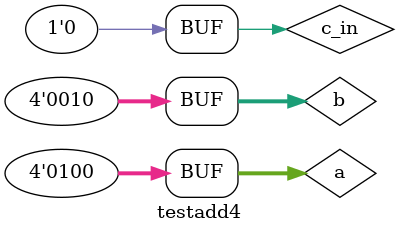
<source format=v>
`timescale 1ns / 1ps


module testadd4;

	// Inputs
	reg [3:0] a;
	reg [3:0] b;
	reg c_in;

	// Outputs
	wire g_out;
	wire p_out;
	wire [3:0] s;

	// Instantiate the Unit Under Test (UUT)
	cla_4 uut (
		.a(a), 
		.b(b), 
		.c_in(c_in), 
		.g_out(g_out), 
		.p_out(p_out), 
		.s(s)
	);

	initial begin
		// Initialize Inputs
		a = 0;
		b = 0;
		c_in = 0;

		// Wait 100 ns for global reset to finish
		#100;
		
		a = 4'b0100;
		b = 4'b0010;
        
		// Add stimulus here

	end
      
endmodule


</source>
